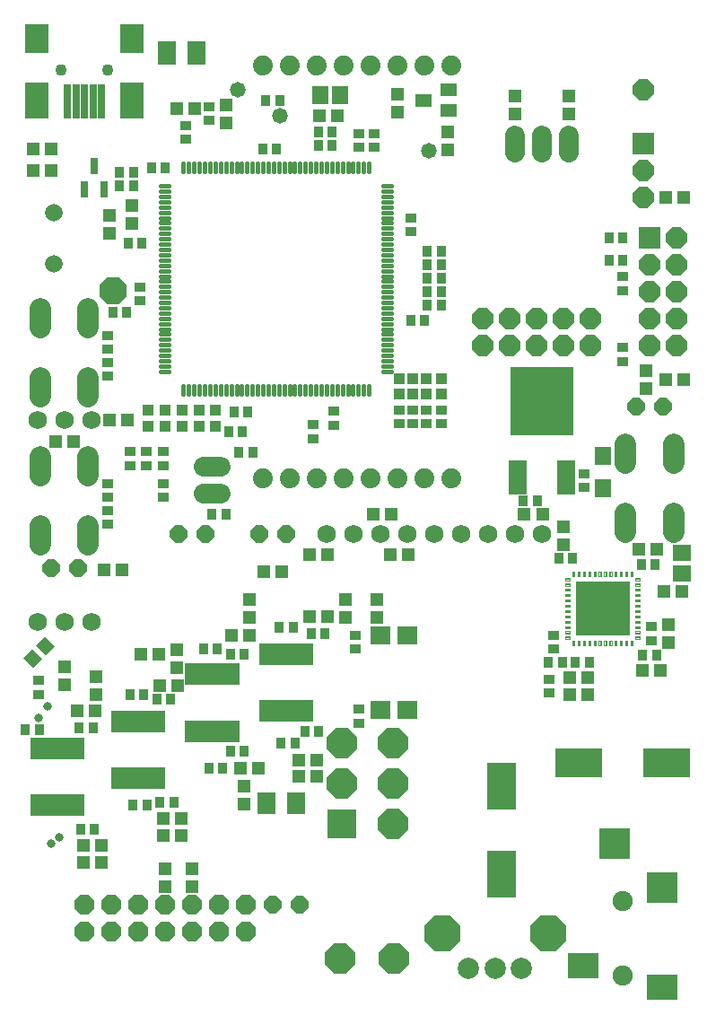
<source format=gts>
G75*
G70*
%OFA0B0*%
%FSLAX24Y24*%
%IPPOS*%
%LPD*%
%AMOC8*
5,1,8,0,0,1.08239X$1,22.5*
%
%ADD10C,0.0178*%
%ADD11R,0.0474X0.0513*%
%ADD12R,0.0434X0.0356*%
%ADD13R,0.0356X0.0434*%
%ADD14R,0.0513X0.0474*%
%ADD15C,0.0656*%
%ADD16R,0.0300X0.0600*%
%ADD17R,0.2000X0.2000*%
%ADD18C,0.0040*%
%ADD19R,0.0800X0.0800*%
%ADD20OC8,0.0800*%
%ADD21C,0.0434*%
%ADD22R,0.0867X0.1064*%
%ADD23R,0.0867X0.1379*%
%ADD24R,0.0277X0.1300*%
%ADD25R,0.0395X0.0395*%
%ADD26OC8,0.0728*%
%ADD27C,0.0728*%
%ADD28C,0.0580*%
%ADD29C,0.0740*%
%ADD30R,0.0631X0.0474*%
%ADD31R,0.0671X0.0592*%
%ADD32R,0.1773X0.1064*%
%ADD33R,0.1064X0.1773*%
%ADD34OC8,0.1000*%
%ADD35R,0.0710X0.0867*%
%ADD36R,0.1182X0.0946*%
%ADD37R,0.1182X0.1182*%
%ADD38C,0.0749*%
%ADD39R,0.0592X0.0671*%
%ADD40R,0.0631X0.0710*%
%ADD41R,0.0493X0.0505*%
%ADD42R,0.2363X0.2521*%
%ADD43R,0.0710X0.1261*%
%ADD44R,0.0257X0.0789*%
%ADD45C,0.0789*%
%ADD46OC8,0.1340*%
%ADD47C,0.0800*%
%ADD48R,0.1110X0.1110*%
%ADD49OC8,0.1110*%
%ADD50R,0.0789X0.0789*%
%ADD51OC8,0.0789*%
%ADD52OC8,0.0656*%
%ADD53C,0.0690*%
%ADD54R,0.0710X0.0790*%
%ADD55R,0.0781X0.0690*%
%ADD56C,0.0316*%
D10*
X014612Y028409D02*
X014612Y028705D01*
X014809Y028705D02*
X014809Y028409D01*
X015006Y028409D02*
X015006Y028705D01*
X015203Y028705D02*
X015203Y028409D01*
X015400Y028409D02*
X015400Y028705D01*
X015597Y028705D02*
X015597Y028409D01*
X015793Y028409D02*
X015793Y028705D01*
X015990Y028705D02*
X015990Y028409D01*
X016187Y028409D02*
X016187Y028705D01*
X016384Y028705D02*
X016384Y028409D01*
X016581Y028409D02*
X016581Y028705D01*
X016778Y028705D02*
X016778Y028409D01*
X016975Y028409D02*
X016975Y028705D01*
X017171Y028705D02*
X017171Y028409D01*
X017368Y028409D02*
X017368Y028705D01*
X017565Y028705D02*
X017565Y028409D01*
X017762Y028409D02*
X017762Y028705D01*
X017959Y028705D02*
X017959Y028409D01*
X018156Y028409D02*
X018156Y028705D01*
X018352Y028705D02*
X018352Y028409D01*
X018549Y028409D02*
X018549Y028705D01*
X018746Y028705D02*
X018746Y028409D01*
X018943Y028409D02*
X018943Y028705D01*
X019140Y028705D02*
X019140Y028409D01*
X019337Y028409D02*
X019337Y028705D01*
X019534Y028705D02*
X019534Y028409D01*
X019730Y028409D02*
X019730Y028705D01*
X019927Y028705D02*
X019927Y028409D01*
X020124Y028409D02*
X020124Y028705D01*
X020321Y028705D02*
X020321Y028409D01*
X020518Y028409D02*
X020518Y028705D01*
X020715Y028705D02*
X020715Y028409D01*
X020912Y028409D02*
X020912Y028705D01*
X021108Y028705D02*
X021108Y028409D01*
X021305Y028409D02*
X021305Y028705D01*
X021502Y028705D02*
X021502Y028409D01*
X022043Y029246D02*
X022339Y029246D01*
X022339Y029443D02*
X022043Y029443D01*
X022043Y029639D02*
X022339Y029639D01*
X022339Y029836D02*
X022043Y029836D01*
X022043Y030033D02*
X022339Y030033D01*
X022339Y030230D02*
X022043Y030230D01*
X022043Y030427D02*
X022339Y030427D01*
X022339Y030624D02*
X022043Y030624D01*
X022043Y030820D02*
X022339Y030820D01*
X022339Y031017D02*
X022043Y031017D01*
X022043Y031214D02*
X022339Y031214D01*
X022339Y031411D02*
X022043Y031411D01*
X022043Y031608D02*
X022339Y031608D01*
X022339Y031805D02*
X022043Y031805D01*
X022043Y032002D02*
X022339Y032002D01*
X022339Y032198D02*
X022043Y032198D01*
X022043Y032395D02*
X022339Y032395D01*
X022339Y032592D02*
X022043Y032592D01*
X022043Y032789D02*
X022339Y032789D01*
X022339Y032986D02*
X022043Y032986D01*
X022043Y033183D02*
X022339Y033183D01*
X022339Y033380D02*
X022043Y033380D01*
X022043Y033576D02*
X022339Y033576D01*
X022339Y033773D02*
X022043Y033773D01*
X022043Y033970D02*
X022339Y033970D01*
X022339Y034167D02*
X022043Y034167D01*
X022043Y034364D02*
X022339Y034364D01*
X022339Y034561D02*
X022043Y034561D01*
X022043Y034757D02*
X022339Y034757D01*
X022339Y034954D02*
X022043Y034954D01*
X022043Y035151D02*
X022339Y035151D01*
X022339Y035348D02*
X022043Y035348D01*
X022043Y035545D02*
X022339Y035545D01*
X022339Y035742D02*
X022043Y035742D01*
X022043Y035939D02*
X022339Y035939D01*
X022339Y036135D02*
X022043Y036135D01*
X021502Y036676D02*
X021502Y036972D01*
X021305Y036972D02*
X021305Y036676D01*
X021108Y036676D02*
X021108Y036972D01*
X020912Y036972D02*
X020912Y036676D01*
X020715Y036676D02*
X020715Y036972D01*
X020518Y036972D02*
X020518Y036676D01*
X020321Y036676D02*
X020321Y036972D01*
X020124Y036972D02*
X020124Y036676D01*
X019927Y036676D02*
X019927Y036972D01*
X019730Y036972D02*
X019730Y036676D01*
X019534Y036676D02*
X019534Y036972D01*
X019337Y036972D02*
X019337Y036676D01*
X019140Y036676D02*
X019140Y036972D01*
X018943Y036972D02*
X018943Y036676D01*
X018746Y036676D02*
X018746Y036972D01*
X018549Y036972D02*
X018549Y036676D01*
X018352Y036676D02*
X018352Y036972D01*
X018156Y036972D02*
X018156Y036676D01*
X017959Y036676D02*
X017959Y036972D01*
X017762Y036972D02*
X017762Y036676D01*
X017565Y036676D02*
X017565Y036972D01*
X017368Y036972D02*
X017368Y036676D01*
X017171Y036676D02*
X017171Y036972D01*
X016975Y036972D02*
X016975Y036676D01*
X016778Y036676D02*
X016778Y036972D01*
X016581Y036972D02*
X016581Y036676D01*
X016384Y036676D02*
X016384Y036972D01*
X016187Y036972D02*
X016187Y036676D01*
X015990Y036676D02*
X015990Y036972D01*
X015793Y036972D02*
X015793Y036676D01*
X015597Y036676D02*
X015597Y036972D01*
X015400Y036972D02*
X015400Y036676D01*
X015203Y036676D02*
X015203Y036972D01*
X015006Y036972D02*
X015006Y036676D01*
X014809Y036676D02*
X014809Y036972D01*
X014612Y036972D02*
X014612Y036676D01*
X014071Y036135D02*
X013775Y036135D01*
X013775Y035939D02*
X014071Y035939D01*
X014071Y035742D02*
X013775Y035742D01*
X013775Y035545D02*
X014071Y035545D01*
X014071Y035348D02*
X013775Y035348D01*
X013775Y035151D02*
X014071Y035151D01*
X014071Y034954D02*
X013775Y034954D01*
X013775Y034757D02*
X014071Y034757D01*
X014071Y034561D02*
X013775Y034561D01*
X013775Y034364D02*
X014071Y034364D01*
X014071Y034167D02*
X013775Y034167D01*
X013775Y033970D02*
X014071Y033970D01*
X014071Y033773D02*
X013775Y033773D01*
X013775Y033576D02*
X014071Y033576D01*
X014071Y033380D02*
X013775Y033380D01*
X013775Y033183D02*
X014071Y033183D01*
X014071Y032986D02*
X013775Y032986D01*
X013775Y032789D02*
X014071Y032789D01*
X014071Y032592D02*
X013775Y032592D01*
X013775Y032395D02*
X014071Y032395D01*
X014071Y032198D02*
X013775Y032198D01*
X013775Y032002D02*
X014071Y032002D01*
X014071Y031805D02*
X013775Y031805D01*
X013775Y031608D02*
X014071Y031608D01*
X014071Y031411D02*
X013775Y031411D01*
X013775Y031214D02*
X014071Y031214D01*
X014071Y031017D02*
X013775Y031017D01*
X013775Y030820D02*
X014071Y030820D01*
X014071Y030624D02*
X013775Y030624D01*
X013775Y030427D02*
X014071Y030427D01*
X014071Y030230D02*
X013775Y030230D01*
X013775Y030033D02*
X014071Y030033D01*
X014071Y029836D02*
X013775Y029836D01*
X013775Y029639D02*
X014071Y029639D01*
X014071Y029443D02*
X013775Y029443D01*
X013775Y029246D02*
X014071Y029246D01*
D11*
X012517Y027441D03*
X011848Y027441D03*
X010517Y026628D03*
X009848Y026628D03*
X011660Y021878D03*
X012329Y021878D03*
X013035Y018753D03*
X013704Y018753D03*
G36*
X009829Y019039D02*
X009494Y018704D01*
X009133Y019065D01*
X009468Y019400D01*
X009829Y019039D01*
G37*
G36*
X009356Y018566D02*
X009021Y018231D01*
X008660Y018592D01*
X008995Y018927D01*
X009356Y018566D01*
G37*
X013848Y012003D03*
X014517Y012003D03*
X011579Y011003D03*
X010910Y011003D03*
X018910Y014191D03*
X019579Y014191D03*
X018267Y021816D03*
X017598Y021816D03*
X019285Y022441D03*
X019954Y022441D03*
X021660Y023941D03*
X022329Y023941D03*
X022285Y022441D03*
X022954Y022441D03*
X028745Y022793D03*
X028745Y023463D03*
X032620Y019838D03*
X032620Y019168D03*
X032535Y028941D03*
X033204Y028941D03*
X022557Y038856D03*
X022557Y039525D03*
X016182Y039150D03*
X016182Y038481D03*
X009704Y036691D03*
X009035Y036691D03*
D12*
X012995Y032384D03*
X012995Y031872D03*
X011807Y030571D03*
X011807Y030060D03*
X011807Y029572D03*
X011807Y029060D03*
X012620Y026259D03*
X012620Y025747D03*
X013245Y025747D03*
X013245Y026259D03*
X013870Y026259D03*
X013870Y025747D03*
X013870Y025071D03*
X013870Y024560D03*
X011807Y024560D03*
X011807Y024071D03*
X011807Y023560D03*
X011807Y025071D03*
X009245Y017759D03*
X009245Y017247D03*
X019432Y026747D03*
X019432Y027259D03*
X020182Y027247D03*
X020182Y027759D03*
X022620Y027821D03*
X023120Y027821D03*
X023620Y027821D03*
X023620Y027310D03*
X023120Y027310D03*
X022620Y027310D03*
X024182Y027310D03*
X024182Y027821D03*
X029495Y025446D03*
X029495Y024935D03*
X030932Y029622D03*
X030932Y030134D03*
X030932Y032247D03*
X030932Y032759D03*
X023057Y034435D03*
X023057Y034946D03*
X021682Y037560D03*
X021682Y038071D03*
X021120Y038071D03*
X021120Y037560D03*
X015557Y038560D03*
X015557Y039071D03*
X014682Y038384D03*
X014682Y037872D03*
X031995Y019759D03*
X031995Y019247D03*
X028370Y019446D03*
X028370Y018935D03*
X028182Y017821D03*
X028182Y017310D03*
X021120Y016696D03*
X021120Y016185D03*
X020995Y018935D03*
X020995Y019446D03*
D13*
X019876Y019503D03*
X019364Y019503D03*
X018688Y019753D03*
X018176Y019753D03*
X016876Y018753D03*
X016364Y018753D03*
X015876Y018941D03*
X015364Y018941D03*
X014126Y017066D03*
X013614Y017066D03*
X013126Y017253D03*
X012614Y017253D03*
X011251Y016003D03*
X010739Y016003D03*
X009251Y015941D03*
X008739Y015941D03*
X010801Y012253D03*
X011313Y012253D03*
X012739Y013128D03*
X013251Y013128D03*
X013739Y013253D03*
X014251Y013253D03*
X015551Y014503D03*
X016063Y014503D03*
X016364Y015128D03*
X016876Y015128D03*
X018239Y015441D03*
X018751Y015441D03*
X019114Y015878D03*
X019626Y015878D03*
X016188Y023941D03*
X015676Y023941D03*
X016676Y026253D03*
X017188Y026253D03*
X016813Y027003D03*
X016301Y027003D03*
X016489Y027753D03*
X017001Y027753D03*
X012501Y031441D03*
X011989Y031441D03*
X012551Y034003D03*
X013063Y034003D03*
X012751Y036128D03*
X012751Y036628D03*
X012239Y036628D03*
X012239Y036128D03*
X013426Y036816D03*
X013938Y036816D03*
X017551Y037503D03*
X018063Y037503D03*
X019614Y037628D03*
X019614Y038128D03*
X020126Y038128D03*
X020126Y037628D03*
X018188Y039316D03*
X017676Y039316D03*
X023676Y033691D03*
X023676Y033191D03*
X023676Y032691D03*
X023676Y032191D03*
X023676Y031691D03*
X024188Y031691D03*
X024188Y032191D03*
X024188Y032691D03*
X024188Y033191D03*
X024188Y033691D03*
X023563Y031128D03*
X023051Y031128D03*
X027239Y024441D03*
X027751Y024441D03*
X028551Y022316D03*
X029063Y022316D03*
X031614Y022065D03*
X032126Y022065D03*
X032188Y018691D03*
X031676Y018691D03*
X029688Y018441D03*
X029176Y018441D03*
X028688Y018441D03*
X028176Y018441D03*
X030426Y033378D03*
X030938Y033378D03*
X030938Y034191D03*
X030426Y034191D03*
D14*
X032535Y035691D03*
X033204Y035691D03*
X028932Y038793D03*
X028932Y039463D03*
X026932Y039463D03*
X026932Y038793D03*
X024432Y038150D03*
X024432Y037481D03*
X020329Y038753D03*
X019660Y038753D03*
X015017Y039003D03*
X014348Y039003D03*
X012682Y035400D03*
X012682Y034731D03*
X011870Y035025D03*
X011870Y034356D03*
X009704Y037503D03*
X009035Y037503D03*
X017057Y020775D03*
X017057Y020106D03*
X017079Y019441D03*
X016410Y019441D03*
X014370Y018900D03*
X014370Y018231D03*
X014392Y017566D03*
X013723Y017566D03*
X011370Y017900D03*
X011370Y017231D03*
X011329Y016628D03*
X010660Y016628D03*
X010182Y017606D03*
X010182Y018275D03*
X013848Y012628D03*
X014517Y012628D03*
X014932Y010775D03*
X014932Y010106D03*
X013932Y010106D03*
X013932Y010775D03*
X011579Y011628D03*
X010910Y011628D03*
X016870Y013168D03*
X016870Y013838D03*
X016723Y014503D03*
X017392Y014503D03*
X018910Y014816D03*
X019579Y014816D03*
X019285Y020128D03*
X019954Y020128D03*
X020620Y020106D03*
X020620Y020775D03*
X021807Y020775D03*
X021807Y020106D03*
X028973Y017878D03*
X028973Y017253D03*
X029642Y017253D03*
X029642Y017878D03*
X031660Y018128D03*
X032329Y018128D03*
X032473Y021066D03*
X033142Y021066D03*
X032204Y022628D03*
X031535Y022628D03*
X031807Y028606D03*
X031807Y029275D03*
D15*
X009807Y033241D03*
X009807Y035141D03*
D16*
X010937Y036011D03*
X011677Y036011D03*
X011307Y036871D03*
D17*
X030182Y020441D03*
D18*
X030121Y021643D02*
X030046Y021643D01*
X030046Y021817D01*
X030121Y021817D01*
X030121Y021643D01*
X030084Y021663D02*
X030084Y021797D01*
X030243Y021817D02*
X030318Y021817D01*
X030318Y021643D01*
X030243Y021643D01*
X030243Y021817D01*
X030281Y021797D02*
X030281Y021663D01*
X030440Y021643D02*
X030440Y021817D01*
X030515Y021817D01*
X030515Y021643D01*
X030440Y021643D01*
X030477Y021663D02*
X030477Y021797D01*
X030637Y021817D02*
X030712Y021817D01*
X030712Y021643D01*
X030637Y021643D01*
X030637Y021817D01*
X030674Y021797D02*
X030674Y021663D01*
X030834Y021643D02*
X030834Y021817D01*
X030909Y021817D01*
X030909Y021643D01*
X030834Y021643D01*
X030871Y021663D02*
X030871Y021797D01*
X031031Y021817D02*
X031105Y021817D01*
X031105Y021643D01*
X031031Y021643D01*
X031031Y021817D01*
X031068Y021797D02*
X031068Y021663D01*
X031227Y021643D02*
X031227Y021817D01*
X031302Y021817D01*
X031302Y021643D01*
X031227Y021643D01*
X031265Y021663D02*
X031265Y021797D01*
X031385Y021561D02*
X031558Y021561D01*
X031558Y021486D01*
X031385Y021486D01*
X031385Y021561D01*
X031405Y021523D02*
X031539Y021523D01*
X031558Y021364D02*
X031558Y021289D01*
X031385Y021289D01*
X031385Y021364D01*
X031558Y021364D01*
X031539Y021326D02*
X031405Y021326D01*
X031385Y021167D02*
X031558Y021167D01*
X031558Y021092D01*
X031385Y021092D01*
X031385Y021167D01*
X031405Y021130D02*
X031539Y021130D01*
X031558Y020970D02*
X031558Y020895D01*
X031385Y020895D01*
X031385Y020970D01*
X031558Y020970D01*
X031539Y020933D02*
X031405Y020933D01*
X031385Y020773D02*
X031558Y020773D01*
X031558Y020698D01*
X031385Y020698D01*
X031385Y020773D01*
X031405Y020736D02*
X031539Y020736D01*
X031558Y020576D02*
X031558Y020502D01*
X031385Y020502D01*
X031385Y020576D01*
X031558Y020576D01*
X031539Y020539D02*
X031405Y020539D01*
X031385Y020380D02*
X031558Y020380D01*
X031558Y020305D01*
X031385Y020305D01*
X031385Y020380D01*
X031405Y020342D02*
X031539Y020342D01*
X031558Y020183D02*
X031558Y020108D01*
X031385Y020108D01*
X031385Y020183D01*
X031558Y020183D01*
X031539Y020145D02*
X031405Y020145D01*
X031385Y019986D02*
X031558Y019986D01*
X031558Y019911D01*
X031385Y019911D01*
X031385Y019986D01*
X031405Y019948D02*
X031539Y019948D01*
X031558Y019789D02*
X031558Y019714D01*
X031385Y019714D01*
X031385Y019789D01*
X031558Y019789D01*
X031539Y019752D02*
X031405Y019752D01*
X031385Y019592D02*
X031558Y019592D01*
X031558Y019517D01*
X031385Y019517D01*
X031385Y019592D01*
X031405Y019555D02*
X031539Y019555D01*
X031558Y019395D02*
X031558Y019320D01*
X031385Y019320D01*
X031385Y019395D01*
X031558Y019395D01*
X031539Y019358D02*
X031405Y019358D01*
X031302Y019238D02*
X031302Y019065D01*
X031227Y019065D01*
X031227Y019238D01*
X031302Y019238D01*
X031265Y019218D02*
X031265Y019084D01*
X031105Y019065D02*
X031031Y019065D01*
X031031Y019238D01*
X031105Y019238D01*
X031105Y019065D01*
X031068Y019084D02*
X031068Y019218D01*
X030909Y019238D02*
X030909Y019065D01*
X030834Y019065D01*
X030834Y019238D01*
X030909Y019238D01*
X030871Y019218D02*
X030871Y019084D01*
X030712Y019065D02*
X030712Y019238D01*
X030637Y019238D01*
X030637Y019065D01*
X030712Y019065D01*
X030674Y019084D02*
X030674Y019218D01*
X030515Y019238D02*
X030515Y019065D01*
X030440Y019065D01*
X030440Y019238D01*
X030515Y019238D01*
X030477Y019218D02*
X030477Y019084D01*
X030318Y019065D02*
X030243Y019065D01*
X030243Y019238D01*
X030318Y019238D01*
X030318Y019065D01*
X030281Y019084D02*
X030281Y019218D01*
X030121Y019238D02*
X030121Y019065D01*
X030046Y019065D01*
X030046Y019238D01*
X030121Y019238D01*
X030084Y019218D02*
X030084Y019084D01*
X029924Y019065D02*
X029850Y019065D01*
X029850Y019238D01*
X029924Y019238D01*
X029924Y019065D01*
X029887Y019084D02*
X029887Y019218D01*
X029727Y019238D02*
X029727Y019065D01*
X029653Y019065D01*
X029653Y019238D01*
X029727Y019238D01*
X029690Y019218D02*
X029690Y019084D01*
X029531Y019065D02*
X029456Y019065D01*
X029456Y019238D01*
X029531Y019238D01*
X029531Y019065D01*
X029493Y019084D02*
X029493Y019218D01*
X029334Y019238D02*
X029334Y019065D01*
X029259Y019065D01*
X029259Y019238D01*
X029334Y019238D01*
X029296Y019218D02*
X029296Y019084D01*
X029137Y019065D02*
X029062Y019065D01*
X029062Y019238D01*
X029137Y019238D01*
X029137Y019065D01*
X029100Y019084D02*
X029100Y019218D01*
X028979Y019320D02*
X028806Y019320D01*
X028806Y019395D01*
X028979Y019395D01*
X028979Y019320D01*
X028960Y019358D02*
X028826Y019358D01*
X028806Y019517D02*
X028979Y019517D01*
X028979Y019592D01*
X028806Y019592D01*
X028806Y019517D01*
X028826Y019555D02*
X028960Y019555D01*
X028979Y019714D02*
X028806Y019714D01*
X028806Y019789D01*
X028979Y019789D01*
X028979Y019714D01*
X028960Y019752D02*
X028826Y019752D01*
X028806Y019911D02*
X028979Y019911D01*
X028979Y019986D01*
X028806Y019986D01*
X028806Y019911D01*
X028826Y019948D02*
X028960Y019948D01*
X028979Y020108D02*
X028806Y020108D01*
X028806Y020183D01*
X028979Y020183D01*
X028979Y020108D01*
X028960Y020145D02*
X028826Y020145D01*
X028806Y020305D02*
X028806Y020380D01*
X028979Y020380D01*
X028979Y020305D01*
X028806Y020305D01*
X028826Y020342D02*
X028960Y020342D01*
X028979Y020502D02*
X028806Y020502D01*
X028806Y020576D01*
X028979Y020576D01*
X028979Y020502D01*
X028960Y020539D02*
X028826Y020539D01*
X028806Y020698D02*
X028979Y020698D01*
X028979Y020773D01*
X028806Y020773D01*
X028806Y020698D01*
X028826Y020736D02*
X028960Y020736D01*
X028979Y020895D02*
X028806Y020895D01*
X028806Y020970D01*
X028979Y020970D01*
X028979Y020895D01*
X028960Y020933D02*
X028826Y020933D01*
X028806Y021092D02*
X028979Y021092D01*
X028979Y021167D01*
X028806Y021167D01*
X028806Y021092D01*
X028826Y021130D02*
X028960Y021130D01*
X028979Y021289D02*
X028806Y021289D01*
X028806Y021364D01*
X028979Y021364D01*
X028979Y021289D01*
X028960Y021326D02*
X028826Y021326D01*
X028806Y021486D02*
X028979Y021486D01*
X028979Y021561D01*
X028806Y021561D01*
X028806Y021486D01*
X028826Y021523D02*
X028960Y021523D01*
X029062Y021643D02*
X029062Y021817D01*
X029137Y021817D01*
X029137Y021643D01*
X029062Y021643D01*
X029100Y021663D02*
X029100Y021797D01*
X029259Y021817D02*
X029334Y021817D01*
X029334Y021643D01*
X029259Y021643D01*
X029259Y021817D01*
X029296Y021797D02*
X029296Y021663D01*
X029456Y021643D02*
X029456Y021817D01*
X029531Y021817D01*
X029531Y021643D01*
X029456Y021643D01*
X029493Y021663D02*
X029493Y021797D01*
X029653Y021817D02*
X029727Y021817D01*
X029727Y021643D01*
X029653Y021643D01*
X029653Y021817D01*
X029690Y021797D02*
X029690Y021663D01*
X029850Y021643D02*
X029850Y021817D01*
X029924Y021817D01*
X029924Y021643D01*
X029850Y021643D01*
X029887Y021663D02*
X029887Y021797D01*
D19*
X031932Y034191D03*
D20*
X032932Y034191D03*
X032932Y033191D03*
X032932Y032191D03*
X031932Y032191D03*
X031932Y033191D03*
X031932Y031191D03*
X032932Y031191D03*
X032932Y030191D03*
X031932Y030191D03*
X029745Y030191D03*
X029745Y031191D03*
X028745Y031191D03*
X027745Y031191D03*
X026745Y031191D03*
X025745Y031191D03*
X025745Y030191D03*
X026745Y030191D03*
X027745Y030191D03*
X028745Y030191D03*
D21*
X011798Y040441D03*
X010066Y040441D03*
D22*
X009180Y041622D03*
X012684Y041622D03*
D23*
X012684Y039299D03*
X009180Y039299D03*
D24*
X010302Y039259D03*
X010617Y039259D03*
X010932Y039259D03*
X011247Y039259D03*
X011562Y039259D03*
D25*
X013307Y027798D03*
X013307Y027208D03*
X013932Y027208D03*
X013932Y027798D03*
X014557Y027798D03*
X014557Y027208D03*
X015182Y027208D03*
X015182Y027798D03*
X015807Y027798D03*
X015807Y027208D03*
X022620Y028395D03*
X023120Y028395D03*
X023620Y028395D03*
X024182Y028395D03*
X024182Y028986D03*
X023620Y028986D03*
X023120Y028986D03*
X022620Y028986D03*
D26*
X010932Y008441D03*
X010932Y009441D03*
X011932Y009441D03*
X012932Y009441D03*
X013932Y009441D03*
X014932Y009441D03*
X015932Y009441D03*
X016932Y009441D03*
X016932Y008441D03*
X015932Y008441D03*
X014932Y008441D03*
X013932Y008441D03*
X012932Y008441D03*
X011932Y008441D03*
D27*
X015358Y024691D02*
X016006Y024691D01*
X016006Y025691D02*
X015358Y025691D01*
X026932Y037367D02*
X026932Y038015D01*
X027932Y038015D02*
X027932Y037367D01*
X028932Y037367D02*
X028932Y038015D01*
D28*
X023745Y037441D03*
X018182Y038753D03*
X016620Y039691D03*
D29*
X017552Y040618D03*
X018552Y040618D03*
X019552Y040618D03*
X020552Y040618D03*
X021552Y040618D03*
X022552Y040618D03*
X023552Y040618D03*
X024552Y040618D03*
X024552Y025263D03*
X023552Y025263D03*
X022552Y025263D03*
X021552Y025263D03*
X020552Y025263D03*
X019552Y025263D03*
X018552Y025263D03*
X017552Y025263D03*
D30*
X023522Y039316D03*
X024467Y039690D03*
X024467Y038942D03*
D31*
X033120Y022502D03*
X033120Y021754D03*
D32*
X032566Y014691D03*
X029298Y014691D03*
D33*
X026432Y013824D03*
X026432Y010557D03*
D34*
X011995Y032253D03*
D35*
X014006Y041066D03*
X015108Y041066D03*
D36*
X029476Y007173D03*
X032389Y006385D03*
D37*
X032389Y010086D03*
X030637Y011700D03*
D38*
X030932Y009574D03*
X030932Y006819D03*
D39*
X020431Y039503D03*
X019683Y039503D03*
D40*
X030182Y026094D03*
X030182Y024913D03*
D41*
X027964Y023941D03*
X027275Y023941D03*
D42*
X027932Y028128D03*
D43*
X027035Y025301D03*
X028830Y025301D03*
D44*
X019307Y018750D03*
X019057Y018750D03*
X018807Y018750D03*
X018557Y018750D03*
X018307Y018750D03*
X018057Y018750D03*
X017807Y018750D03*
X017557Y018750D03*
X016557Y018000D03*
X016307Y018000D03*
X016057Y018000D03*
X015807Y018000D03*
X015557Y018000D03*
X015307Y018000D03*
X015057Y018000D03*
X014807Y018000D03*
X013807Y016250D03*
X013557Y016250D03*
X013307Y016250D03*
X013057Y016250D03*
X012807Y016250D03*
X012557Y016250D03*
X012307Y016250D03*
X012057Y016250D03*
X010807Y015250D03*
X010557Y015250D03*
X010307Y015250D03*
X010057Y015250D03*
X009807Y015250D03*
X009557Y015250D03*
X009307Y015250D03*
X009057Y015250D03*
X009057Y013131D03*
X009307Y013131D03*
X009557Y013131D03*
X009807Y013131D03*
X010057Y013131D03*
X010307Y013131D03*
X010557Y013131D03*
X010807Y013131D03*
X012057Y014131D03*
X012307Y014131D03*
X012557Y014131D03*
X012807Y014131D03*
X013057Y014131D03*
X013307Y014131D03*
X013557Y014131D03*
X013807Y014131D03*
X014807Y015881D03*
X015057Y015881D03*
X015307Y015881D03*
X015557Y015881D03*
X015807Y015881D03*
X016057Y015881D03*
X016307Y015881D03*
X016557Y015881D03*
X017557Y016631D03*
X017807Y016631D03*
X018057Y016631D03*
X018307Y016631D03*
X018557Y016631D03*
X018807Y016631D03*
X019057Y016631D03*
X019307Y016631D03*
D45*
X025198Y007066D03*
X026182Y007066D03*
X027166Y007066D03*
D46*
X028151Y008365D03*
X024214Y008365D03*
D47*
X011072Y022801D02*
X011072Y023521D01*
X011072Y025361D02*
X011072Y026081D01*
X009292Y026081D02*
X009292Y025361D01*
X009292Y023521D02*
X009292Y022801D01*
X009292Y028301D02*
X009292Y029021D01*
X011072Y029021D02*
X011072Y028301D01*
X011072Y030861D02*
X011072Y031581D01*
X009292Y031581D02*
X009292Y030861D01*
X031042Y026547D02*
X031042Y025827D01*
X031042Y023987D02*
X031042Y023267D01*
X032822Y023267D02*
X032822Y023987D01*
X032822Y025827D02*
X032822Y026547D01*
D48*
X020481Y012441D03*
D49*
X020481Y013941D03*
X020481Y015441D03*
X022383Y015441D03*
X022383Y013941D03*
X022383Y012441D03*
X022432Y007441D03*
X020432Y007441D03*
D50*
X031682Y037691D03*
D51*
X031682Y036691D03*
X031682Y035691D03*
X031682Y039691D03*
D52*
X031432Y027941D03*
X032432Y027941D03*
X018432Y023191D03*
X017432Y023191D03*
X015432Y023191D03*
X014432Y023191D03*
X010682Y021941D03*
X009682Y021941D03*
X017932Y009441D03*
X018932Y009441D03*
D53*
X011182Y019941D03*
X010182Y019941D03*
X009182Y019941D03*
X009182Y027441D03*
X010182Y027441D03*
X011182Y027441D03*
X019932Y023191D03*
X020932Y023191D03*
X021932Y023191D03*
X022932Y023191D03*
X023932Y023191D03*
X024932Y023191D03*
X025932Y023191D03*
X026932Y023191D03*
X027932Y023191D03*
D54*
X018805Y013191D03*
X017685Y013191D03*
D55*
X021932Y016688D03*
X022932Y016688D03*
X022932Y019444D03*
X021932Y019444D03*
D56*
X009995Y011941D03*
X009682Y011691D03*
X009245Y016378D03*
X009557Y016816D03*
M02*

</source>
